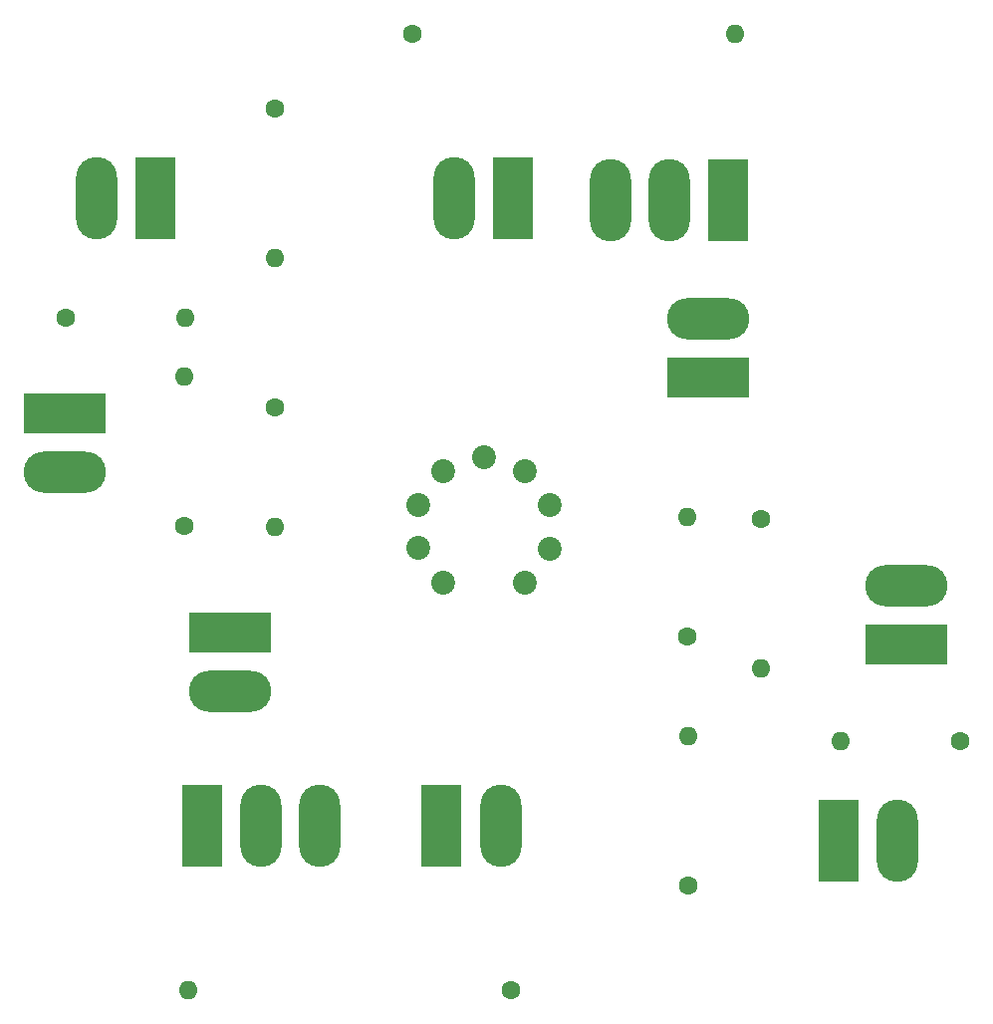
<source format=gbr>
%TF.GenerationSoftware,KiCad,Pcbnew,8.0.3*%
%TF.CreationDate,2024-06-11T18:42:14-07:00*%
%TF.ProjectId,multi-channel-preamp,6d756c74-692d-4636-9861-6e6e656c2d70,rev?*%
%TF.SameCoordinates,Original*%
%TF.FileFunction,Soldermask,Top*%
%TF.FilePolarity,Negative*%
%FSLAX46Y46*%
G04 Gerber Fmt 4.6, Leading zero omitted, Abs format (unit mm)*
G04 Created by KiCad (PCBNEW 8.0.3) date 2024-06-11 18:42:14*
%MOMM*%
%LPD*%
G01*
G04 APERTURE LIST*
%ADD10O,3.500000X7.000000*%
%ADD11R,3.500000X7.000000*%
%ADD12O,7.000000X3.500000*%
%ADD13R,7.000000X3.500000*%
%ADD14O,1.600000X1.600000*%
%ADD15C,1.600000*%
%ADD16C,2.030000*%
G04 APERTURE END LIST*
D10*
%TO.C,J11*%
X124590000Y-115570000D03*
D11*
X119590000Y-115570000D03*
%TD*%
D12*
%TO.C,J10*%
X101600000Y-104140000D03*
D13*
X101600000Y-99140000D03*
%TD*%
D10*
%TO.C,J9*%
X109220000Y-115570000D03*
X104220000Y-115570000D03*
D11*
X99220000Y-115570000D03*
%TD*%
D13*
%TO.C,J8*%
X159116100Y-100120000D03*
D12*
X159116100Y-95120000D03*
%TD*%
D11*
%TO.C,J6*%
X153295000Y-116840000D03*
D10*
X158295000Y-116840000D03*
%TD*%
D11*
%TO.C,J5*%
X125650000Y-62230000D03*
D10*
X120650000Y-62230000D03*
%TD*%
D13*
%TO.C,J4*%
X142240000Y-77470000D03*
D12*
X142240000Y-72470000D03*
%TD*%
D13*
%TO.C,J3*%
X87553500Y-80474000D03*
D12*
X87553500Y-85474000D03*
%TD*%
D11*
%TO.C,J2*%
X143940000Y-62370600D03*
D10*
X138940000Y-62370600D03*
X133940000Y-62370600D03*
%TD*%
D11*
%TO.C,J1*%
X95250000Y-62230000D03*
D10*
X90250000Y-62230000D03*
%TD*%
D14*
%TO.C,C2*%
X98010000Y-129540000D03*
D15*
X125510000Y-129540000D03*
%TD*%
%TO.C,R5*%
X163644600Y-108356400D03*
D14*
X153484600Y-108356400D03*
%TD*%
D15*
%TO.C,R8*%
X140515000Y-120650000D03*
D14*
X140515000Y-107950000D03*
%TD*%
D15*
%TO.C,C1*%
X117060000Y-48260000D03*
D14*
X144560000Y-48260000D03*
%TD*%
D15*
%TO.C,R1*%
X105410000Y-80010000D03*
D14*
X105410000Y-90170000D03*
%TD*%
D15*
%TO.C,R4*%
X105410000Y-54610000D03*
D14*
X105410000Y-67310000D03*
%TD*%
D16*
%TO.C,U1*%
X126640000Y-94920000D03*
X128790000Y-91990000D03*
X128790000Y-88340000D03*
X126640000Y-85410000D03*
X123190000Y-84270000D03*
X119730000Y-85410000D03*
X117580000Y-88340000D03*
X117580000Y-91950000D03*
X119730000Y-94920000D03*
%TD*%
D15*
%TO.C,R3*%
X97739200Y-90068400D03*
D14*
X97739200Y-77368400D03*
%TD*%
D15*
%TO.C,R7*%
X146746000Y-89458800D03*
D14*
X146746000Y-102158800D03*
%TD*%
D15*
%TO.C,R2*%
X87630000Y-72390000D03*
D14*
X97790000Y-72390000D03*
%TD*%
D15*
%TO.C,R6*%
X140497600Y-99466400D03*
D14*
X140497600Y-89306400D03*
%TD*%
M02*

</source>
